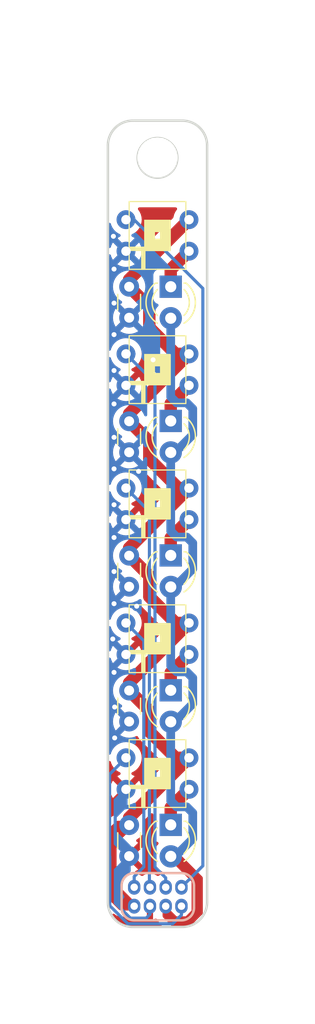
<source format=kicad_pcb>
(kicad_pcb (version 20221018) (generator pcbnew)
  (layers (0 "F.Cu" signal) (31 "B.Cu" signal) (34 "B.Paste" user) (35 "F.Paste" user) (36 "B.SilkS" user "B.Silkscreen") (37 "F.SilkS" user "F.Silkscreen") (38 "B.Mask" user) (39 "F.Mask" user) (44 "Edge.Cuts" user))
  (net 0 "")
  (net 1 "+3V3")
  (net 2 "GND")
  (net 3 "Net-(D1-K)")
  (net 4 "LED")
  (net 5 "Net-(D2-K)")
  (net 6 "Net-(D3-K)")
  (net 7 "Net-(D4-K)")
  (net 8 "Net-(D5-K)")
  (net 9 "1")
  (net 10 "2")
  (net 11 "3")
  (net 12 "4")
  (net 13 "5")
  (footprint "Capacitor_THT:C_Disc_D3.0mm_W1.6mm_P2.50mm" (layer "F.Cu") (at 150.114 130.0172 -90)
    (fp_text reference "C1" hide)
    (fp_text value "C" hide)
    (fp_line (start 0.621 -0.92) (end 1.879 -0.92) (stroke (width 0.12)) (layer "F.SilkS"))
    (fp_line (start 0.621 0.92) (end 1.879 0.92) (stroke (width 0.12)) (layer "F.SilkS"))
    (pad "1" thru_hole circle (at 0 0 270) (size 1.6 1.6) (drill 0.8) (layers "*.Cu" "*.Mask") (net 1 "+3V3"))
    (pad "2" thru_hole circle (at 2.5 0 270) (size 1.6 1.6) (drill 0.8) (layers "*.Cu" "*.Mask") (net 2 "GND"))
  )
  (footprint "Capacitor_THT:C_Disc_D3.0mm_W1.6mm_P2.50mm" (layer "F.Cu") (at 150.114 86.614 -90)
    (fp_text reference "C5" hide)
    (fp_text value "C" hide)
    (fp_line (start 0.621 -0.92) (end 1.879 -0.92) (stroke (width 0.12)) (layer "F.SilkS"))
    (fp_line (start 0.621 0.92) (end 1.879 0.92) (stroke (width 0.12)) (layer "F.SilkS"))
    (pad "1" thru_hole circle (at 0 0 270) (size 1.6 1.6) (drill 0.8) (layers "*.Cu" "*.Mask") (net 1 "+3V3"))
    (pad "2" thru_hole circle (at 2.5 0 270) (size 1.6 1.6) (drill 0.8) (layers "*.Cu" "*.Mask") (net 2 "GND"))
  )
  (footprint "Line_Sensor:Line_Sensor" (layer "F.Cu") (at 152.4 97.76935)
    (fp_text reference "U3" hide)
    (fp_text value "Line_sennsor" hide)
    (fp_rect (start -2.286 3.6195) (end 2.286 9.0805) (stroke (width 0.1)) (fill none) (layer "F.SilkS"))
    (fp_rect (start -1.016 5.1435) (end 1.016 7.5565) (stroke (width 0.12)) (fill none) (layer "F.SilkS"))
    (fp_rect (start -0.254 6.0325) (end 0.254 6.6675) (stroke (width 0.1)) (fill none) (layer "F.SilkS"))
    (fp_poly (pts (xy -2.286 7.3025) (xy -2.286 7.5565) (xy -1.27 7.5565) (xy -1.27 9.0805) (xy -1.016 9.0805) (xy -1.016 7.3025)) (stroke (width 0.1)) (fill solid) (layer "F.SilkS"))
    (fp_poly (pts (xy -1.016 5.1435) (xy -1.016 7.5565) (xy 1.016 7.5565) (xy 1.016 5.1435) (xy 0.254 6.0325) (xy 0.254 6.6675) (xy -0.254 6.6675) (xy -0.254 6.0325) (xy 0.254 6.0325) (xy 1.016 5.1435)) (stroke (width 0.1)) (fill solid) (layer "F.SilkS"))
    (pad "1" thru_hole circle (at 2.54 7.62) (size 1.524 1.524) (drill 0.762) (layers "*.Cu" "*.Mask") (net 6 "Net-(D3-K)"))
    (pad "2" thru_hole circle (at 2.54 5.08) (size 1.524 1.524) (drill 0.762) (layers "*.Cu" "*.Mask") (net 1 "+3V3"))
    (pad "3" thru_hole circle (at -2.54 5.08) (size 1.524 1.524) (drill 0.762) (layers "*.Cu" "*.Mask") (net 11 "3"))
    (pad "4" thru_hole circle (at -2.54 7.62) (size 1.524 1.524) (drill 0.762) (layers "*.Cu" "*.Mask") (net 2 "GND"))
  )
  (footprint "Line_Sensor:Line_Sensor" (layer "F.Cu") (at 152.4 76.12855)
    (fp_text reference "U5" hide)
    (fp_text value "Line_sennsor" hide)
    (fp_rect (start -2.286 3.6195) (end 2.286 9.0805) (stroke (width 0.1)) (fill none) (layer "F.SilkS"))
    (fp_rect (start -1.016 5.1435) (end 1.016 7.5565) (stroke (width 0.12)) (fill none) (layer "F.SilkS"))
    (fp_rect (start -0.254 6.0325) (end 0.254 6.6675) (stroke (width 0.1)) (fill none) (layer "F.SilkS"))
    (fp_poly (pts (xy -2.286 7.3025) (xy -2.286 7.5565) (xy -1.27 7.5565) (xy -1.27 9.0805) (xy -1.016 9.0805) (xy -1.016 7.3025)) (stroke (width 0.1)) (fill solid) (layer "F.SilkS"))
    (fp_poly (pts (xy -1.016 5.1435) (xy -1.016 7.5565) (xy 1.016 7.5565) (xy 1.016 5.1435) (xy 0.254 6.0325) (xy 0.254 6.6675) (xy -0.254 6.6675) (xy -0.254 6.0325) (xy 0.254 6.0325) (xy 1.016 5.1435)) (stroke (width 0.1)) (fill solid) (layer "F.SilkS"))
    (pad "1" thru_hole circle (at 2.54 7.62) (size 1.524 1.524) (drill 0.762) (layers "*.Cu" "*.Mask") (net 8 "Net-(D5-K)"))
    (pad "2" thru_hole circle (at 2.54 5.08) (size 1.524 1.524) (drill 0.762) (layers "*.Cu" "*.Mask") (net 1 "+3V3"))
    (pad "3" thru_hole circle (at -2.54 5.08) (size 1.524 1.524) (drill 0.762) (layers "*.Cu" "*.Mask") (net 13 "5"))
    (pad "4" thru_hole circle (at -2.54 7.62) (size 1.524 1.524) (drill 0.762) (layers "*.Cu" "*.Mask") (net 2 "GND"))
  )
  (footprint "LED_THT:LED_D3.0mm_Clear" (layer "F.Cu") (at 153.4668 97.4344 -90)
    (fp_text reference "D4" hide)
    (fp_text value "LED" hide)
    (fp_line (start -0.29 -1.236) (end -0.29 -1.08) (stroke (width 0.12)) (layer "F.SilkS"))
    (fp_line (start -0.29 1.08) (end -0.29 1.236) (stroke (width 0.12)) (layer "F.SilkS"))
    (fp_arc (start -0.29 -1.235516) (mid 1.366487 -1.987659) (end 2.942335 -1.078608) (stroke (width 0.12)) (layer "F.SilkS"))
    (fp_arc (start 0.229039 -1.08) (mid 1.270117 -1.5) (end 2.31113 -1.079837) (stroke (width 0.12)) (layer "F.SilkS"))
    (fp_arc (start 2.31113 1.079837) (mid 1.270117 1.5) (end 0.229039 1.08) (stroke (width 0.12)) (layer "F.SilkS"))
    (fp_arc (start 2.942335 1.078608) (mid 1.366487 1.987659) (end -0.29 1.235516) (stroke (width 0.12)) (layer "F.SilkS"))
    (pad "1" thru_hole rect (at 0 0 270) (size 1.8 1.8) (drill 0.9) (layers "*.Cu" "*.Mask") (net 7 "Net-(D4-K)"))
    (pad "2" thru_hole circle (at 2.54 0 270) (size 1.8 1.8) (drill 0.9) (layers "*.Cu" "*.Mask") (net 4 "LED"))
  )
  (footprint "Capacitor_THT:C_Disc_D3.0mm_W1.6mm_P2.50mm" (layer "F.Cu") (at 150.114 108.29545 -90)
    (fp_text reference "C3" hide)
    (fp_text value "C" hide)
    (fp_line (start 0.621 -0.92) (end 1.879 -0.92) (stroke (width 0.12)) (layer "F.SilkS"))
    (fp_line (start 0.621 0.92) (end 1.879 0.92) (stroke (width 0.12)) (layer "F.SilkS"))
    (pad "1" thru_hole circle (at 0 0 270) (size 1.6 1.6) (drill 0.8) (layers "*.Cu" "*.Mask") (net 1 "+3V3"))
    (pad "2" thru_hole circle (at 2.5 0 270) (size 1.6 1.6) (drill 0.8) (layers "*.Cu" "*.Mask") (net 2 "GND"))
  )
  (footprint "Connector_PinHeader_1.27mm:PinHeader_2x04_P1.27mm_Vertical" (layer "F.Cu") (at 150.5204 136.4234 90)
    (fp_text reference "J1" hide)
    (fp_text value "Conn_01x08_Socket")
    (fp_line (start -1.27 0) (end -1.27 3.81) (stroke (width 0.2)) (layer "B.SilkS"))
    (fp_line (start -0.254 -1.016) (end 1.524 -1.016) (stroke (width 0.2)) (layer "B.SilkS"))
    (fp_line (start -0.254 4.826) (end 1.524 4.826) (stroke (width 0.2)) (layer "B.SilkS"))
    (fp_line (start 2.54 3.81) (end 2.54 0) (stroke (width 0.2)) (layer "B.SilkS"))
    (fp_arc (start -1.27 0) (mid -0.97242 -0.71842) (end -0.254 -1.016) (stroke (width 0.2)) (layer "B.SilkS"))
    (fp_arc (start -0.254 4.826) (mid -0.97242 4.52842) (end -1.27 3.81) (stroke (width 0.2)) (layer "B.SilkS"))
    (fp_arc (start 1.524 -1.016) (mid 2.24242 -0.71842) (end 2.54 0) (stroke (width 0.2)) (layer "B.SilkS"))
    (fp_arc (start 2.54 3.81) (mid 2.24242 4.52842) (end 1.524 4.826) (stroke (width 0.2)) (layer "B.SilkS"))
    (pad "1" thru_hole oval (at -0.127 0 90) (size 1.2 1) (drill 0.6) (layers "*.Cu" "*.Mask") (net 1 "+3V3"))
    (pad "2" thru_hole oval (at -0.127 1.27 90) (size 1.2 1) (drill 0.6) (layers "*.Cu" "*.Mask") (net 2 "GND"))
    (pad "3" thru_hole oval (at -0.127 2.54 90) (size 1.2 1) (drill 0.6) (layers "*.Cu" "*.Mask") (net 4 "LED"))
    (pad "4" thru_hole oval (at -0.127 3.81 90) (size 1.2 1) (drill 0.6) (layers "*.Cu" "*.Mask") (net 9 "1"))
    (pad "5" thru_hole oval (at 1.397 0 90) (size 1.2 1) (drill 0.6) (layers "*.Cu" "*.Mask") (net 10 "2"))
    (pad "6" thru_hole oval (at 1.397 1.27 90) (size 1.2 1) (drill 0.6) (layers "*.Cu" "*.Mask") (net 11 "3"))
    (pad "7" thru_hole oval (at 1.397 2.54 90) (size 1.2 1) (drill 0.6) (layers "*.Cu" "*.Mask") (net 12 "4"))
    (pad "8" thru_hole oval (at 1.397 3.81 90) (size 1.2 1) (drill 0.6) (layers "*.Cu" "*.Mask") (net 13 "5"))
  )
  (footprint "Line_Sensor:Line_Sensor" (layer "F.Cu") (at 152.4 119.51175)
    (fp_text reference "U1" hide)
    (fp_text value "Line_sennsor" hide)
    (fp_rect (start -2.286 3.6195) (end 2.286 9.0805) (stroke (width 0.1)) (fill none) (layer "F.SilkS"))
    (fp_rect (start -1.016 5.1435) (end 1.016 7.5565) (stroke (width 0.12)) (fill none) (layer "F.SilkS"))
    (fp_rect (start -0.254 6.0325) (end 0.254 6.6675) (stroke (width 0.1)) (fill none) (layer "F.SilkS"))
    (fp_poly (pts (xy -2.286 7.3025) (xy -2.286 7.5565) (xy -1.27 7.5565) (xy -1.27 9.0805) (xy -1.016 9.0805) (xy -1.016 7.3025)) (stroke (width 0.1)) (fill solid) (layer "F.SilkS"))
    (fp_poly (pts (xy -1.016 5.1435) (xy -1.016 7.5565) (xy 1.016 7.5565) (xy 1.016 5.1435) (xy 0.254 6.0325) (xy 0.254 6.6675) (xy -0.254 6.6675) (xy -0.254 6.0325) (xy 0.254 6.0325) (xy 1.016 5.1435)) (stroke (width 0.1)) (fill solid) (layer "F.SilkS"))
    (pad "1" thru_hole circle (at 2.54 7.62) (size 1.524 1.524) (drill 0.762) (layers "*.Cu" "*.Mask") (net 3 "Net-(D1-K)"))
    (pad "2" thru_hole circle (at 2.54 5.08) (size 1.524 1.524) (drill 0.762) (layers "*.Cu" "*.Mask") (net 1 "+3V3"))
    (pad "3" thru_hole circle (at -2.54 5.08) (size 1.524 1.524) (drill 0.762) (layers "*.Cu" "*.Mask") (net 9 "1"))
    (pad "4" thru_hole circle (at -2.54 7.62) (size 1.524 1.524) (drill 0.762) (layers "*.Cu" "*.Mask") (net 2 "GND"))
  )
  (footprint "Capacitor_THT:C_Disc_D3.0mm_W1.6mm_P2.50mm" (layer "F.Cu") (at 150.114 119.16665 -90)
    (fp_text reference "C2" hide)
    (fp_text value "C" hide)
    (fp_line (start 0.621 -0.92) (end 1.879 -0.92) (stroke (width 0.12)) (layer "F.SilkS"))
    (fp_line (start 0.621 0.92) (end 1.879 0.92) (stroke (width 0.12)) (layer "F.SilkS"))
    (pad "1" thru_hole circle (at 0 0 270) (size 1.6 1.6) (drill 0.8) (layers "*.Cu" "*.Mask") (net 1 "+3V3"))
    (pad "2" thru_hole circle (at 2.5 0 270) (size 1.6 1.6) (drill 0.8) (layers "*.Cu" "*.Mask") (net 2 "GND"))
  )
  (footprint "LED_THT:LED_D3.0mm_Clear" (layer "F.Cu") (at 153.4668 108.27545 -90)
    (fp_text reference "D3" hide)
    (fp_text value "LED" hide)
    (fp_line (start -0.29 -1.236) (end -0.29 -1.08) (stroke (width 0.12)) (layer "F.SilkS"))
    (fp_line (start -0.29 1.08) (end -0.29 1.236) (stroke (width 0.12)) (layer "F.SilkS"))
    (fp_arc (start -0.29 -1.235516) (mid 1.366487 -1.987659) (end 2.942335 -1.078608) (stroke (width 0.12)) (layer "F.SilkS"))
    (fp_arc (start 0.229039 -1.08) (mid 1.270117 -1.5) (end 2.31113 -1.079837) (stroke (width 0.12)) (layer "F.SilkS"))
    (fp_arc (start 2.31113 1.079837) (mid 1.270117 1.5) (end 0.229039 1.08) (stroke (width 0.12)) (layer "F.SilkS"))
    (fp_arc (start 2.942335 1.078608) (mid 1.366487 1.987659) (end -0.29 1.235516) (stroke (width 0.12)) (layer "F.SilkS"))
    (pad "1" thru_hole rect (at 0 0 270) (size 1.8 1.8) (drill 0.9) (layers "*.Cu" "*.Mask") (net 6 "Net-(D3-K)"))
    (pad "2" thru_hole circle (at 2.54 0 270) (size 1.8 1.8) (drill 0.9) (layers "*.Cu" "*.Mask") (net 4 "LED"))
  )
  (footprint "LED_THT:LED_D3.0mm_Clear" (layer "F.Cu") (at 153.4668 129.9972 -90)
    (fp_text reference "D1" hide)
    (fp_text value "LED" hide)
    (fp_line (start -0.29 -1.236) (end -0.29 -1.08) (stroke (width 0.12)) (layer "F.SilkS"))
    (fp_line (start -0.29 1.08) (end -0.29 1.236) (stroke (width 0.12)) (layer "F.SilkS"))
    (fp_arc (start -0.29 -1.235516) (mid 1.366487 -1.987659) (end 2.942335 -1.078608) (stroke (width 0.12)) (layer "F.SilkS"))
    (fp_arc (start 0.229039 -1.08) (mid 1.270117 -1.5) (end 2.31113 -1.079837) (stroke (width 0.12)) (layer "F.SilkS"))
    (fp_arc (start 2.31113 1.079837) (mid 1.270117 1.5) (end 0.229039 1.08) (stroke (width 0.12)) (layer "F.SilkS"))
    (fp_arc (start 2.942335 1.078608) (mid 1.366487 1.987659) (end -0.29 1.235516) (stroke (width 0.12)) (layer "F.SilkS"))
    (pad "1" thru_hole rect (at 0 0 270) (size 1.8 1.8) (drill 0.9) (layers "*.Cu" "*.Mask") (net 3 "Net-(D1-K)"))
    (pad "2" thru_hole circle (at 2.54 0 270) (size 1.8 1.8) (drill 0.9) (layers "*.Cu" "*.Mask") (net 4 "LED"))
  )
  (footprint "LED_THT:LED_D3.0mm_Clear" (layer "F.Cu") (at 153.4668 119.14665 -90)
    (fp_text reference "D2" hide)
    (fp_text value "LED" hide)
    (fp_line (start -0.29 -1.236) (end -0.29 -1.08) (stroke (width 0.12)) (layer "F.SilkS"))
    (fp_line (start -0.29 1.08) (end -0.29 1.236) (stroke (width 0.12)) (layer "F.SilkS"))
    (fp_arc (start -0.29 -1.235516) (mid 1.366487 -1.987659) (end 2.942335 -1.078608) (stroke (width 0.12)) (layer "F.SilkS"))
    (fp_arc (start 0.229039 -1.08) (mid 1.270117 -1.5) (end 2.31113 -1.079837) (stroke (width 0.12)) (layer "F.SilkS"))
    (fp_arc (start 2.31113 1.079837) (mid 1.270117 1.5) (end 0.229039 1.08) (stroke (width 0.12)) (layer "F.SilkS"))
    (fp_arc (start 2.942335 1.078608) (mid 1.366487 1.987659) (end -0.29 1.235516) (stroke (width 0.12)) (layer "F.SilkS"))
    (pad "1" thru_hole rect (at 0 0 270) (size 1.8 1.8) (drill 0.9) (layers "*.Cu" "*.Mask") (net 5 "Net-(D2-K)"))
    (pad "2" thru_hole circle (at 2.54 0 270) (size 1.8 1.8) (drill 0.9) (layers "*.Cu" "*.Mask") (net 4 "LED"))
  )
  (footprint "Line_Sensor:Line_Sensor" (layer "F.Cu") (at 152.4 86.94895)
    (fp_text reference "U4" hide)
    (fp_text value "Line_sennsor" hide)
    (fp_rect (start -2.286 3.6195) (end 2.286 9.0805) (stroke (width 0.1)) (fill none) (layer "F.SilkS"))
    (fp_rect (start -1.016 5.1435) (end 1.016 7.5565) (stroke (width 0.12)) (fill none) (layer "F.SilkS"))
    (fp_rect (start -0.254 6.0325) (end 0.254 6.6675) (stroke (width 0.1)) (fill none) (layer "F.SilkS"))
    (fp_poly (pts (xy -2.286 7.3025) (xy -2.286 7.5565) (xy -1.27 7.5565) (xy -1.27 9.0805) (xy -1.016 9.0805) (xy -1.016 7.3025)) (stroke (width 0.1)) (fill solid) (layer "F.SilkS"))
    (fp_poly (pts (xy -1.016 5.1435) (xy -1.016 7.5565) (xy 1.016 7.5565) (xy 1.016 5.1435) (xy 0.254 6.0325) (xy 0.254 6.6675) (xy -0.254 6.6675) (xy -0.254 6.0325) (xy 0.254 6.0325) (xy 1.016 5.1435)) (stroke (width 0.1)) (fill solid) (layer "F.SilkS"))
    (pad "1" thru_hole circle (at 2.54 7.62) (size 1.524 1.524) (drill 0.762) (layers "*.Cu" "*.Mask") (net 7 "Net-(D4-K)"))
    (pad "2" thru_hole circle (at 2.54 5.08) (size 1.524 1.524) (drill 0.762) (layers "*.Cu" "*.Mask") (net 1 "+3V3"))
    (pad "3" thru_hole circle (at -2.54 5.08) (size 1.524 1.524) (drill 0.762) (layers "*.Cu" "*.Mask") (net 12 "4"))
    (pad "4" thru_hole circle (at -2.54 7.62) (size 1.524 1.524) (drill 0.762) (layers "*.Cu" "*.Mask") (net 2 "GND"))
  )
  (footprint "LED_THT:LED_D3.0mm_Clear" (layer "F.Cu") (at 153.4668 86.614 -90)
    (fp_text reference "D5" hide)
    (fp_text value "LED" hide)
    (fp_line (start -0.29 -1.236) (end -0.29 -1.08) (stroke (width 0.12)) (layer "F.SilkS"))
    (fp_line (start -0.29 1.08) (end -0.29 1.236) (stroke (width 0.12)) (layer "F.SilkS"))
    (fp_arc (start -0.29 -1.235516) (mid 1.366487 -1.987659) (end 2.942335 -1.078608) (stroke (width 0.12)) (layer "F.SilkS"))
    (fp_arc (start 0.229039 -1.08) (mid 1.270117 -1.5) (end 2.31113 -1.079837) (stroke (width 0.12)) (layer "F.SilkS"))
    (fp_arc (start 2.31113 1.079837) (mid 1.270117 1.5) (end 0.229039 1.08) (stroke (width 0.12)) (layer "F.SilkS"))
    (fp_arc (start 2.942335 1.078608) (mid 1.366487 1.987659) (end -0.29 1.235516) (stroke (width 0.12)) (layer "F.SilkS"))
    (pad "1" thru_hole rect (at 0 0 270) (size 1.8 1.8) (drill 0.9) (layers "*.Cu" "*.Mask") (net 8 "Net-(D5-K)"))
    (pad "2" thru_hole circle (at 2.54 0 270) (size 1.8 1.8) (drill 0.9) (layers "*.Cu" "*.Mask") (net 4 "LED"))
  )
  (footprint "MountingHole:MountingHole_3.2mm_M3" (layer "F.Cu") (at 152.4 76.2)
    (fp_text reference "REF**" hide)
    (fp_text value "MountingHole_3.2mm_M3" hide)
    (pad "" np_thru_hole circle (at 0 0) (size 3.2 3.2) (drill 3.2) (layers "F&B.Cu" "*.Mask"))
  )
  (footprint "Line_Sensor:Line_Sensor" (layer "F.Cu") (at 152.4 108.64055)
    (fp_text reference "U2" hide)
    (fp_text value "Line_sennsor" hide)
    (fp_rect (start -2.286 3.6195) (end 2.286 9.0805) (stroke (width 0.1)) (fill none) (layer "F.SilkS"))
    (fp_rect (start -1.016 5.1435) (end 1.016 7.5565) (stroke (width 0.12)) (fill none) (layer "F.SilkS"))
    (fp_rect (start -0.254 6.0325) (end 0.254 6.6675) (stroke (width 0.1)) (fill none) (layer "F.SilkS"))
    (fp_poly (pts (xy -2.286 7.3025) (xy -2.286 7.5565) (xy -1.27 7.5565) (xy -1.27 9.0805) (xy -1.016 9.0805) (xy -1.016 7.3025)) (stroke (width 0.1)) (fill solid) (layer "F.SilkS"))
    (fp_poly (pts (xy -1.016 5.1435) (xy -1.016 7.5565) (xy 1.016 7.5565) (xy 1.016 5.1435) (xy 0.254 6.0325) (xy 0.254 6.6675) (xy -0.254 6.6675) (xy -0.254 6.0325) (xy 0.254 6.0325) (xy 1.016 5.1435)) (stroke (width 0.1)) (fill solid) (layer "F.SilkS"))
    (pad "1" thru_hole circle (at 2.54 7.62) (size 1.524 1.524) (drill 0.762) (layers "*.Cu" "*.Mask") (net 5 "Net-(D2-K)"))
    (pad "2" thru_hole circle (at 2.54 5.08) (size 1.524 1.524) (drill 0.762) (layers "*.Cu" "*.Mask") (net 1 "+3V3"))
    (pad "3" thru_hole circle (at -2.54 5.08) (size 1.524 1.524) (drill 0.762) (layers "*.Cu" "*.Mask") (net 10 "2"))
    (pad "4" thru_hole circle (at -2.54 7.62) (size 1.524 1.524) (drill 0.762) (layers "*.Cu" "*.Mask") (net 2 "GND"))
  )
  (footprint "Capacitor_THT:C_Disc_D3.0mm_W1.6mm_P2.50mm" (layer "F.Cu") (at 150.114 97.4594 -90)
    (fp_text reference "C4" hide)
    (fp_text value "C" hide)
    (fp_line (start 0.621 -0.92) (end 1.879 -0.92) (stroke (width 0.12)) (layer "F.SilkS"))
    (fp_line (start 0.621 0.92) (end 1.879 0.92) (stroke (width 0.12)) (layer "F.SilkS"))
    (pad "1" thru_hole circle (at 0 0 270) (size 1.6 1.6) (drill 0.8) (layers "*.Cu" "*.Mask") (net 1 "+3V3"))
    (pad "2" thru_hole circle (at 2.5 0 270) (size 1.6 1.6) (drill 0.8) (layers "*.Cu" "*.Mask") (net 2 "GND"))
  )
  (gr_line (start 150.4 138.225601) (end 154.4 138.225601) (stroke (width 0.2)) (layer "Edge.Cuts"))
  (gr_line (start 148.4 75.225601) (end 148.4 136.225601) (stroke (width 0.2)) (layer "Edge.Cuts"))
  (gr_line (start 154.4 73.225601) (end 150.4 73.225601) (stroke (width 0.2)) (layer "Edge.Cuts"))
  (gr_circle (center 152.4 76.2256) (end 154 76.2256) (stroke (width 0.2)) (fill none) (layer "Edge.Cuts"))
  (gr_arc (start 150.4 138.225601) (mid 148.985786 137.639815) (end 148.4 136.225601) (stroke (width 0.2)) (layer "Edge.Cuts"))
  (gr_arc (start 156.4 136.225601) (mid 155.814214 137.639815) (end 154.4 138.225601) (stroke (width 0.2)) (layer "Edge.Cuts"))
  (gr_arc (start 154.4 73.225601) (mid 155.814214 73.811387) (end 156.4 75.225601) (stroke (width 0.2)) (layer "Edge.Cuts"))
  (gr_arc (start 148.4 75.225601) (mid 148.985786 73.811387) (end 150.4 73.225601) (stroke (width 0.2)) (layer "Edge.Cuts"))
  (gr_line (start 156.4 136.225601) (end 156.4 75.225601) (stroke (width 0.2)) (layer "Edge.Cuts"))
  (segment (start 153.86237 124.59175) (end 151.7396 122.46898) (width 1) (layer "F.Cu") (net 1))
  (segment (start 148.75 135.796) (end 148.75 134.88) (width 0.7) (layer "F.Cu") (net 1))
  (segment (start 150.114 118.54655) (end 154.94 113.72055) (width 1) (layer "F.Cu") (net 1))
  (segment (start 150.114 107.67535) (end 154.94 102.84935) (width 1) (layer "F.Cu") (net 1))
  (segment (start 151.7396 111.59778) (end 151.7396 109.92105) (width 1) (layer "F.Cu") (net 1))
  (segment (start 154.94 102.84935) (end 154.079008 102.84935) (width 1) (layer "F.Cu") (net 1))
  (segment (start 150.114 130.0172) (end 149.238 130.0172) (width 0.7) (layer "F.Cu") (net 1))
  (segment (start 154.94 113.72055) (end 153.86237 113.72055) (width 1) (layer "F.Cu") (net 1))
  (segment (start 151.7396 100.509942) (end 151.7396 99.085) (width 1) (layer "F.Cu") (net 1))
  (segment (start 150.114 97.4594) (end 150.114 96.85495) (width 1) (layer "F.Cu") (net 1))
  (segment (start 151.7396 120.79225) (end 150.114 119.16665) (width 1) (layer "F.Cu") (net 1))
  (segment (start 151.7396 89.90618) (end 151.7396 88.2396) (width 1) (layer "F.Cu") (net 1))
  (segment (start 151.7396 122.46898) (end 151.7396 120.79225) (width 1) (layer "F.Cu") (net 1))
  (segment (start 154.94 124.59175) (end 153.86237 124.59175) (width 1) (layer "F.Cu") (net 1))
  (segment (start 153.86237 92.02895) (end 151.7396 89.90618) (width 1) (layer "F.Cu") (net 1))
  (segment (start 151.7396 88.2396) (end 150.114 86.614) (width 1) (layer "F.Cu") (net 1))
  (segment (start 150.114 129.41775) (end 154.94 124.59175) (width 1) (layer "F.Cu") (net 1))
  (segment (start 150.114 130.0172) (end 149.626 130.5052) (width 0.7) (layer "F.Cu") (net 1))
  (segment (start 150.114 108.29545) (end 150.114 107.67535) (width 1) (layer "F.Cu") (net 1))
  (segment (start 153.86237 113.72055) (end 151.7396 111.59778) (width 1) (layer "F.Cu") (net 1))
  (segment (start 150.114 119.16665) (end 150.114 118.54655) (width 1) (layer "F.Cu") (net 1))
  (segment (start 150.5204 136.5504) (end 150.4204 136.5504) (width 0.7) (layer "F.Cu") (net 1))
  (segment (start 151.7396 109.92105) (end 150.114 108.29545) (width 1) (layer "F.Cu") (net 1))
  (segment (start 154.079008 102.84935) (end 151.7396 100.509942) (width 1) (layer "F.Cu") (net 1))
  (segment (start 151.7396 99.085) (end 150.114 97.4594) (width 1) (layer "F.Cu") (net 1))
  (segment (start 150.114 86.03455) (end 154.94 81.20855) (width 1) (layer "F.Cu") (net 1))
  (segment (start 150.114 130.0172) (end 150.114 129.41775) (width 1) (layer "F.Cu") (net 1))
  (segment (start 154.94 92.02895) (end 153.86237 92.02895) (width 1) (layer "F.Cu") (net 1))
  (segment (start 148.75 134.88) (end 148.75 131.3812) (width 0.7) (layer "F.Cu") (net 1))
  (segment (start 150.5204 136.5504) (end 149.5044 136.5504) (width 0.7) (layer "F.Cu") (net 1))
  (segment (start 150.114 86.614) (end 150.114 86.03455) (width 1) (layer "F.Cu") (net 1))
  (segment (start 148.75 130.5052) (end 148.75 131.3812) (width 0.7) (layer "F.Cu") (net 1))
  (segment (start 149.5044 136.5504) (end 148.75 135.796) (width 0.7) (layer "F.Cu") (net 1))
  (segment (start 149.238 130.0172) (end 148.75 130.5052) (width 0.7) (layer "F.Cu") (net 1))
  (segment (start 148.75 131.3812) (end 150.114 130.0172) (width 0.7) (layer "F.Cu") (net 1))
  (segment (start 150.114 96.85495) (end 154.94 92.02895) (width 1) (layer "F.Cu") (net 1))
  (segment (start 150.4204 136.5504) (end 148.75 134.88) (width 0.7) (layer "F.Cu") (net 1))
  (segment (start 149.626 130.5052) (end 148.75 130.5052) (width 0.7) (layer "F.Cu") (net 1))
  (via (at 148.8948 104.1908) (size 0.8) (drill 0.4) (layers "F.Cu" "B.Cu") (net 2))
  (via (at 148.7932 115.0112) (size 0.8) (drill 0.4) (layers "F.Cu" "B.Cu") (net 2))
  (via (at 148.8948 106.8324) (size 0.8) (drill 0.4) (layers "F.Cu" "B.Cu") (net 2))
  (via (at 148.8948 101.2952) (size 0.8) (drill 0.4) (layers "F.Cu" "B.Cu") (net 2))
  (via (at 148.8948 93.3704) (size 0.8) (drill 0.4) (layers "F.Cu" "B.Cu") (net 2))
  (via (at 148.8948 109.5756) (size 0.8) (drill 0.4) (layers "F.Cu" "B.Cu") (net 2))
  (via (at 148.8948 112.1664) (size 0.8) (drill 0.4) (layers "F.Cu" "B.Cu") (net 2))
  (via (at 148.9456 120.4976) (size 0.8) (drill 0.4) (layers "F.Cu" "B.Cu") (net 2))
  (via (at 148.8948 96.0628) (size 0.8) (drill 0.4) (layers "F.Cu" "B.Cu") (net 2))
  (via (at 148.9456 122.9868) (size 0.8) (drill 0.4) (layers "F.Cu" "B.Cu") (net 2))
  (via (at 148.844 82.55) (size 0.8) (drill 0.4) (layers "F.Cu" "B.Cu") (net 2))
  (via (at 152.0444 92.5068) (size 0.8) (drill 0.4) (layers "F.Cu" "B.Cu") (net 2))
  (via (at 148.8948 90.4748) (size 0.8) (drill 0.4) (layers "F.Cu" "B.Cu") (net 2))
  (via (at 148.8948 85.1916) (size 0.8) (drill 0.4) (layers "F.Cu" "B.Cu") (net 2))
  (via (at 150.876 101.4984) (size 0.8) (drill 0.4) (layers "F.Cu" "B.Cu") (net 2))
  (via (at 148.8948 98.7552) (size 0.8) (drill 0.4) (layers "F.Cu" "B.Cu") (net 2))
  (via (at 148.8948 87.9348) (size 0.8) (drill 0.4) (layers "F.Cu" "B.Cu") (net 2))
  (via (at 148.8948 117.7036) (size 0.8) (drill 0.4) (layers "F.Cu" "B.Cu") (net 2))
  (via (at 150.7236 112.3696) (size 0.8) (drill 0.4) (layers "F.Cu" "B.Cu") (net 2))
  (segment (start 149.3012 133.33) (end 150.114 132.5172) (width 0.25) (layer "B.Cu") (net 2))
  (segment (start 149.86 127.13175) (end 148.989 128.00275) (width 0.25) (layer "B.Cu") (net 2))
  (segment (start 150.114 133.2992) (end 149.3012 134.112) (width 0.25) (layer "B.Cu") (net 2))
  (segment (start 149.005012 136.305012) (end 149.005012 136.2456) (width 0.25) (layer "B.Cu") (net 2))
  (segment (start 151.7904 136.5504) (end 151.7904 137.2108) (width 0.25) (layer "B.Cu") (net 2))
  (segment (start 150.114 133.0452) (end 149.3012 133.858) (width 0.25) (layer "B.Cu") (net 2))
  (segment (start 149.3012 134.7724) (end 149.3012 133.33) (width 0.25) (layer "B.Cu") (net 2))
  (segment (start 150.114 132.08) (end 150.114 132.5172) (width 0.25) (layer "B.Cu") (net 2))
  (segment (start 148.9927 130.7555) (end 150.1177 131.8805) (width 0.25) (layer "B.Cu") (net 2))
  (segment (start 149.005012 133.626188) (end 149.005012 135.4328) (width 0.25) (layer "B.Cu") (net 2))
  (segment (start 148.989 130.955) (end 150.114 132.08) (width 0.25) (layer "B.Cu") (net 2))
  (segment (start 148.9927 131.5175) (end 148.9927 130.9587) (width 0.25) (layer "B.Cu") (net 2))
  (segment (start 148.989 129.1336) (end 148.989 129.0902) (width 0.25) (layer "B.Cu") (net 2))
  (segment (start 148.9927 131.5175) (end 150.1177 132.6425) (width 0.25) (layer "B.Cu") (net 2))
  (segment (start 150.114 133.5024) (end 149.3012 134.3152) (width 0.25) (layer "B.Cu") (net 2))
  (segment (start 149.005012 136.305012) (end 149.005012 134.425412) (width 0.25) (layer "B.Cu") (net 2))
  (segment (start 149.0218 128.5494) (end 149.7838 127.7874) (width 0.25) (layer "B.Cu") (net 2))
  (segment (start 148.989 129.0902) (end 149.86 128.2192) (width 0.25) (layer "B.Cu") (net 2))
  (segment (start 148.9927 130.6031) (end 150.1177 131.7281) (width 0.25) (layer "B.Cu") (net 2))
  (segment (start 149.1488 135.382) (end 149.1488 133.5532) (width 0.25) (layer "B.Cu") (net 2))
  (segment (start 148.989 128.00275) (end 148.989 128.778) (width 0.25) (layer "B.Cu") (net 2))
  (segment (start 148.9927 130.9587) (end 148.989 130.955) (width 0.25) (layer "B.Cu") (net 2))
  (segment (start 148.989 128.778) (end 148.989 129.1336) (width 0.25) (layer "B.Cu") (net 2))
  (segment (start 148.989 129.4384) (end 148.989 130.955) (width 0.25) (layer "B.Cu") (net 2))
  (segment (start 149.3012 136.6012) (end 149.005012 136.305012) (width 0.25) (layer "B.Cu") (net 2))
  (segment (start 150.114 132.5172) (end 150.114 131.7318) (width 0.25) (layer "B.Cu") (net 2))
  (segment (start 149.3012 136.6012) (end 149.3012 134.7724) (width 0.25) (layer "B.Cu") (net 2))
  (segment (start 149.1996 136.4488) (end 149.1996 134.62) (width 0.25) (layer "B.Cu") (net 2))
  (segment (start 149.0218 128.2446) (end 149.7838 127.4826) (width 0.25) (layer "B.Cu") (net 2))
  (segment (start 148.9927 131.1111) (end 150.1177 132.2361) (width 0.25) (layer "B.Cu") (net 2))
  (segment (start 149.3012 134.5184) (end 149.3012 134.7724) (width 0.25) (layer "B.Cu") (net 2))
  (segment (start 149.86 128.4732) (end 148.989 129.3442) (width 0.25) (layer "B.Cu") (net 2))
  (segment (start 148.989 128.778) (end 149.098 128.778) (width 0.25) (layer "B.Cu") (net 2))
  (segment (start 150.114 132.5172) (end 150.114 133.7056) (width 0.25) (layer "B.Cu") (net 2))
  (segment (start 150.114 132.7912) (end 149.3012 133.604) (width 0.25) (layer "B.Cu") (net 2))
  (segment (start 149.3012 133.33) (end 149.005012 133.626188) (width 0.25) (layer "B.Cu") (net 2))
  (segment (start 150.114 131.7318) (end 150.1177 131.7281) (width 0.25) (layer "B.Cu") (net 2))
  (segment (start 148.989 129.3442) (end 148.989 129.4384) (width 0.25) (layer "B.Cu") (net 2))
  (segment (start 149.86 128.016) (end 149.86 128.2192) (width 0.25) (layer "B.Cu") (net 2))
  (segment (start 150.2156 137.5156) (end 149.3012 136.6012) (width 0.25) (layer "B.Cu") (net 2))
  (segment (start 151.7904 137.2108) (end 151.4856 137.5156) (width 0.25) (layer "B.Cu") (net 2))
  (segment (start 149.86 128.2192) (end 149.86 128.4732) (width 0.25) (layer "B.Cu") (net 2))
  (segment (start 149.86 127.13175) (end 149.86 128.016) (width 0.25) (layer "B.Cu") (net 2))
  (segment (start 149.098 136.3472) (end 149.098 134.5184) (width 0.25) (layer "B.Cu") (net 2))
  (segment (start 148.989 129.1336) (end 148.989 129.4384) (width 0.25) (layer "B.Cu") (net 2))
  (segment (start 149.098 128.778) (end 149.86 128.016) (width 0.25) (layer "B.Cu") (net 2))
  (segment (start 150.114 133.7056) (end 149.3012 134.5184) (width 0.25) (layer "B.Cu") (net 2))
  (segment (start 151.4856 137.5156) (end 150.2156 137.5156) (width 0.25) (layer "B.Cu") (net 2))
  (segment (start 148.9927 131.3143) (end 150.1177 132.4393) (width 0.25) (layer "B.Cu") (net 2))
  (segment (start 153.4668 128.60495) (end 154.94 127.13175) (width 1) (layer "F.Cu") (net 3))
  (segment (start 153.4668 129.9972) (end 153.4668 128.60495) (width 1) (layer "F.Cu") (net 3))
  (segment (start 153.0604 136.8552) (end 153.829269 137.624069) (width 0.5) (layer "F.Cu") (net 4))
  (segment (start 155.3972 134.4676) (end 153.4668 132.5372) (width 0.5) (layer "F.Cu") (net 4))
  (segment (start 154.3812 137.624069) (end 154.780731 137.624069) (width 0.5) (layer "F.Cu") (net 4))
  (segment (start 155.237931 137.624069) (end 154.3812 137.624069) (width 0.5) (layer "F.Cu") (net 4))
  (segment (start 153.4668 132.5372) (end 154.0256 132.5372) (width 0.5) (layer "F.Cu") (net 4))
  (segment (start 153.0604 136.5504) (end 153.0604 136.8552) (width 0.5) (layer "F.Cu") (net 4))
  (segment (start 153.0604 137.3124) (end 153.67 137.922) (width 0.5) (layer "F.Cu") (net 4))
  (segment (start 154.807364 137.922) (end 154.995134 137.866866) (width 0.5) (layer "F.Cu") (net 4))
  (segment (start 153.67 137.922) (end 154.807364 137.922) (width 0.5) (layer "F.Cu") (net 4))
  (segment (start 153.0604 136.5504) (end 153.0604 137.3124) (width 0.5) (layer "F.Cu") (net 4))
  (segment (start 155.8036 137.0584) (end 155.237931 137.624069) (width 0.5) (layer "F.Cu") (net 4))
  (segment (start 154.780731 137.624069) (end 155.3972 137.0076) (width 0.5) (layer "F.Cu") (net 4))
  (segment (start 155.8036 134.3152) (end 155.8036 137.0584) (width 0.5) (layer "F.Cu") (net 4))
  (segment (start 155.3972 137.0076) (end 155.3972 134.4676) (width 0.5) (layer "F.Cu") (net 4))
  (segment (start 153.829269 137.624069) (end 154.3812 137.624069) (width 0.5) (layer "F.Cu") (net 4))
  (segment (start 154.995134 137.866866) (end 155.237931 137.624069) (width 0.5) (layer "F.Cu") (net 4))
  (segment (start 154.0256 132.5372) (end 155.8036 134.3152) (width 0.5) (layer "F.Cu") (net 4))
  (segment (start 155.2448 98.546075) (end 153.8268 99.964075) (width 0.7) (layer "B.Cu") (net 4))
  (segment (start 155.2448 118.150475) (end 155.2448 120.237675) (width 0.7) (layer "B.Cu") (net 4))
  (segment (start 153.4668 106.314075) (end 153.9472 106.794475) (width 0.7) (layer "B.Cu") (net 4))
  (segment (start 153.4668 128.0668) (end 153.9472 128.5472) (width 0.7) (layer "B.Cu") (net 4))
  (segment (start 153.4668 95.493675) (end 153.9472 95.974075) (width 0.7) (layer "B.Cu") (net 4))
  (segment (start 153.4668 121.68665) (end 153.4668 128.0668) (width 0.7) (layer "B.Cu") (net 4))
  (segment (start 153.8268 132.5372) (end 153.4668 132.5372) (width 0.7) (layer "B.Cu") (net 4))
  (segment (start 155.2448 107.279275) (end 155.2448 109.366475) (width 0.7) (layer "B.Cu") (net 4))
  (segment (start 153.4668 89.113525) (end 153.4668 95.493675) (width 0.7) (layer "B.Cu") (net 4))
  (segment (start 155.2448 120.237675) (end 153.8268 121.655675) (width 0.7) (layer "B.Cu") (net 4))
  (segment (start 155.2448 109.366475) (end 153.8268 110.784475) (width 0.7) (layer "B.Cu") (net 4))
  (segment (start 153.9472 106.794475) (end 154.76 106.794475) (width 0.7) (layer "B.Cu") (net 4))
  (segment (start 155.2448 96.458875) (end 155.2448 98.546075) (width 0.7) (layer "B.Cu") (net 4))
  (segment (start 154.76 106.794475) (end 155.2448 107.279275) (width 0.7) (layer "B.Cu") (net 4))
  (segment (start 153.9472 128.5472) (end 154.76 128.5472) (width 0.7) (layer "B.Cu") (net 4))
  (segment (start 153.4668 110.805125) (end 153.4668 117.185275) (width 0.7) (layer "B.Cu") (net 4))
  (segment (start 153.4668 117.185275) (end 153.9472 117.665675) (width 0.7) (layer "B.Cu") (net 4))
  (segment (start 154.76 95.974075) (end 155.2448 96.458875) (width 0.7) (layer "B.Cu") (net 4))
  (segment (start 155.2448 131.1192) (end 153.8268 132.5372) (width 0.7) (layer "B.Cu") (net 4))
  (segment (start 154.76 128.5472) (end 155.2448 129.032) (width 0.7) (layer "B.Cu") (net 4))
  (segment (start 153.9472 117.665675) (end 154.76 117.665675) (width 0.7) (layer "B.Cu") (net 4))
  (segment (start 155.2448 129.032) (end 155.2448 131.1192) (width 0.7) (layer "B.Cu") (net 4))
  (segment (start 153.4668 99.933925) (end 153.4668 106.314075) (width 0.7) (layer "B.Cu") (net 4))
  (segment (start 154.76 117.665675) (end 155.2448 118.150475) (width 0.7) (layer "B.Cu") (net 4))
  (segment (start 153.9472 95.974075) (end 154.76 95.974075) (width 0.7) (layer "B.Cu") (net 4))
  (segment (start 153.4668 119.14665) (end 153.4668 117.73375) (width 1) (layer "F.Cu") (net 5))
  (segment (start 153.4668 117.73375) (end 154.94 116.26055) (width 1) (layer "F.Cu") (net 5))
  (segment (start 153.4668 108.27545) (end 153.4668 106.86255) (width 1) (layer "F.Cu") (net 6))
  (segment (start 153.4668 106.86255) (end 154.94 105.38935) (width 1) (layer "F.Cu") (net 6))
  (segment (start 153.4668 97.4344) (end 153.4668 96.04215) (width 1) (layer "F.Cu") (net 7))
  (segment (start 153.4668 96.04215) (end 154.94 94.56895) (width 1) (layer "F.Cu") (net 7))
  (segment (start 153.4668 85.22175) (end 154.94 83.74855) (width 1) (layer "F.Cu") (net 8))
  (segment (start 153.4668 86.614) (end 153.4668 85.22175) (width 1) (layer "F.Cu") (net 8))
  (segment (start 148.539 125.91275) (end 149.86 124.59175) (width 0.25) (layer "B.Cu") (net 9))
  (segment (start 148.539 132.537) (end 148.539 125.91275) (width 0.25) (layer "B.Cu") (net 9))
  (segment (start 153.6264 137.9656) (end 150.0052 137.9656) (width 0.25) (layer "B.Cu") (net 9))
  (segment (start 154.3304 136.5504) (end 154.3304 137.2616) (width 0.25) (layer "B.Cu") (net 9))
  (segment (start 150.0052 137.9656) (end 148.555012 136.515412) (width 0.25) (layer "B.Cu") (net 9))
  (segment (start 148.555012 136.515412) (end 148.555012 132.553012) (width 0.25) (layer "B.Cu") (net 9))
  (segment (start 154.3304 137.2616) (end 153.6264 137.9656) (width 0.25) (layer "B.Cu") (net 9))
  (segment (start 148.555012 132.553012) (end 148.539 132.537) (width 0.25) (layer "B.Cu") (net 9))
  (segment (start 151.2968 133.3864) (end 151.2968 115.15735) (width 0.25) (layer "B.Cu") (net 10))
  (segment (start 151.2968 115.15735) (end 149.86 113.72055) (width 0.25) (layer "B.Cu") (net 10))
  (segment (start 150.5204 135.0264) (end 150.5204 134.1628) (width 0.25) (layer "B.Cu") (net 10))
  (segment (start 150.5204 134.1628) (end 151.2968 133.3864) (width 0.25) (layer "B.Cu") (net 10))
  (segment (start 151.7468 134.9828) (end 151.7468 104.73615) (width 0.25) (layer "B.Cu") (net 11))
  (segment (start 151.7468 104.73615) (end 149.86 102.84935) (width 0.25) (layer "B.Cu") (net 11))
  (segment (start 151.7904 135.0264) (end 151.7468 134.9828) (width 0.25) (layer "B.Cu") (net 11))
  (segment (start 152.1968 94.36575) (end 149.86 92.02895) (width 0.25) (layer "B.Cu") (net 12))
  (segment (start 153.0604 135.0264) (end 153.0604 134.2644) (width 0.25) (layer "B.Cu") (net 12))
  (segment (start 152.1968 133.4008) (end 152.1968 94.36575) (width 0.25) (layer "B.Cu") (net 12))
  (segment (start 150.51135 92.02895) (end 149.86 92.02895) (width 0.25) (layer "B.Cu") (net 12))
  (segment (start 153.0604 134.2644) (end 152.1968 133.4008) (width 0.25) (layer "B.Cu") (net 12))
  (segment (start 150.51135 81.20855) (end 149.86 81.20855) (width 0.25) (layer "B.Cu") (net 13))
  (segment (start 154.3304 135.0264) (end 156.0576 133.2992) (width 0.25) (layer "B.Cu") (net 13))
  (segment (start 156.0576 133.2992) (end 156.0576 86.7548) (width 0.25) (layer "B.Cu") (net 13))
  (segment (start 156.0576 86.7548) (end 150.51135 81.20855) (width 0.25) (layer "B.Cu") (net 13))
  (zone (net 0) (net_name "") (layers "F&B.Cu") (connect_pads (clearance 0)) (min_thickness 0.25)
    (keepout (tracks not_allowed) (vias not_allowed) (pads not_allowed) (copperpour not_allowed) (footprints allowed))
    (fill (thermal_gap 0.5) (thermal_bridge_width 0.5))
    (polygon (pts (xy 147.32 72.136) (xy 147.32 80.2132) (xy 157.48 80.2132) (xy 157.48 72.136)))
  )
  (zone (net 2) (net_name "GND") (layers "F&B.Cu") (connect_pads (clearance 0.5)) (min_thickness 0.25) (fill yes (thermal_gap 0.5) (thermal_bridge_width 0.5))
    (polygon (pts (xy 139.7 63.5) (xy 139.7 146.05) (xy 165.1 146.05) (xy 165.1 63.5)))
  )
)
</source>
